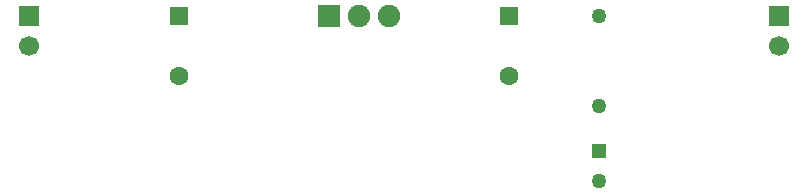
<source format=gbr>
G04 DipTrace 3.3.1.0*
G04 Top.gbr*
%MOIN*%
G04 #@! TF.FileFunction,Copper,L1,Top*
G04 #@! TF.Part,Single*
G04 #@! TA.AperFunction,ComponentPad*
%ADD15C,0.062992*%
%ADD16R,0.062992X0.062992*%
%ADD17C,0.05*%
%ADD18R,0.05X0.05*%
%ADD19C,0.05*%
%ADD20R,0.066929X0.066929*%
%ADD21C,0.066929*%
%ADD22R,0.074803X0.074803*%
%ADD23C,0.074803*%
%FSLAX26Y26*%
G04*
G70*
G90*
G75*
G01*
G04 Top*
%LPD*%
D15*
X1143701Y1393701D3*
D16*
Y1593701D3*
D15*
X2243701Y1393701D3*
D16*
Y1593701D3*
D17*
X2543701Y1043701D3*
D18*
Y1143701D3*
D17*
Y1593701D3*
D19*
Y1293701D3*
D20*
X643701Y1593701D3*
D21*
Y1493701D3*
D20*
X3143701Y1593701D3*
D21*
Y1493701D3*
D22*
X1643701Y1593701D3*
D23*
X1743701D3*
X1843701D3*
M02*

</source>
